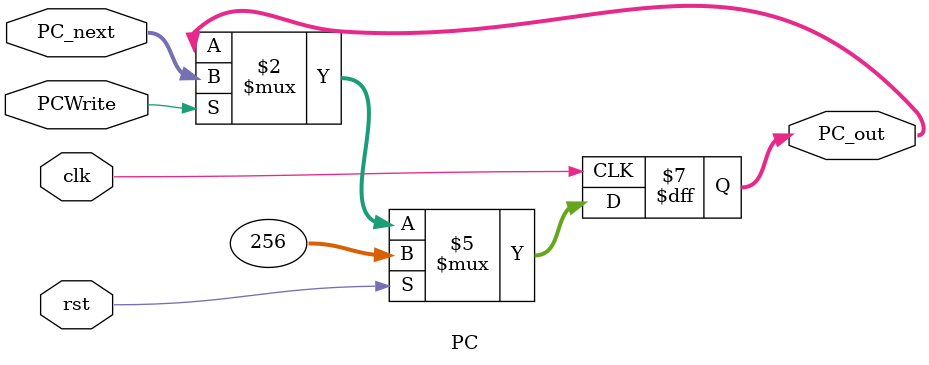
<source format=sv>
`timescale 1ns / 1ps


module PC(
    input  logic [31:0] PC_next,
    input  logic        clk, rst, PCWrite,
    output logic [31:0] PC_out
    );

    always_ff @( posedge clk ) begin
        if (rst) begin
            PC_out <= 32'h0000_0100;
        end
        else begin
            if (PCWrite) begin
                PC_out <= PC_next;
            end
        end
    end

endmodule

</source>
